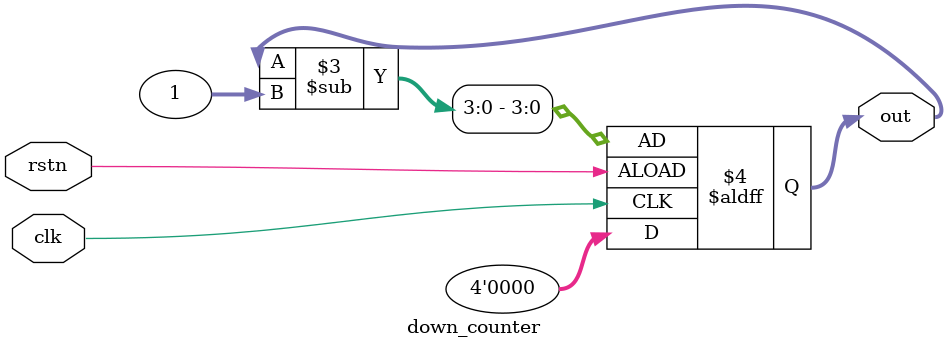
<source format=v>
`timescale 1ns / 1ps
module down_counter(
    input clk,      
    input rstn,               
    output reg[3:0] out
    );      
  
  always @ (posedge clk, negedge rstn) begin  
    if (!rstn)  
      out <= out-1;
    else
        out<=4'b0000;    
  end 
  
  //always @(negedge rstn)begin 
    //  out <= 4'b0000;  
  //end  
endmodule  


</source>
